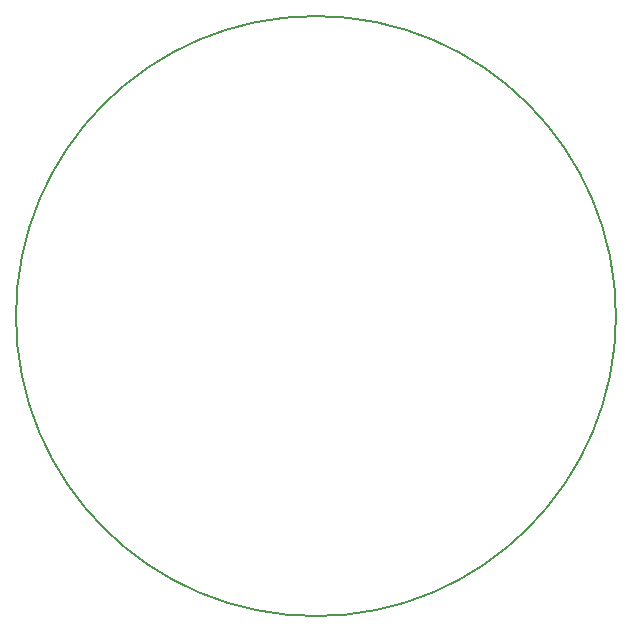
<source format=gbr>
%TF.GenerationSoftware,KiCad,Pcbnew,5.0.2+dfsg1-1~bpo9+1*%
%TF.CreationDate,2019-04-24T06:15:53+00:00*%
%TF.ProjectId,cointest,636f696e-7465-4737-942e-6b696361645f,rev?*%
%TF.SameCoordinates,Original*%
%TF.FileFunction,Profile,NP*%
%FSLAX46Y46*%
G04 Gerber Fmt 4.6, Leading zero omitted, Abs format (unit mm)*
G04 Created by KiCad (PCBNEW 5.0.2+dfsg1-1~bpo9+1) date Wed 24 Apr 2019 06:15:53 AM UTC*
%MOMM*%
%LPD*%
G01*
G04 APERTURE LIST*
%ADD10C,0.150000*%
G04 APERTURE END LIST*
D10*
X164084000Y-96266000D02*
G75*
G03X164084000Y-96266000I-25400000J0D01*
G01*
M02*

</source>
